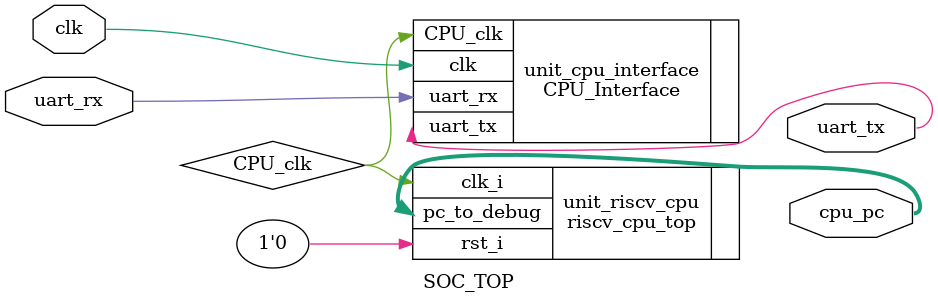
<source format=v>
`include "timescale.v"
`include "define.h"

module SOC_TOP(
    input   uart_rx,
    output   uart_tx,
    output [7:0] cpu_pc,
    input   clk
    );
    
wire CPU_clk;
wire [7:0] cpu_pc;

CPU_Interface unit_cpu_interface(
      .uart_rx(uart_rx),
      .uart_tx(uart_tx),
      .clk(clk), 
      .CPU_clk(CPU_clk)
      );
      
riscv_cpu_top unit_riscv_cpu(
        .clk_i(CPU_clk), 
        .rst_i(1'b0),
        .pc_to_debug(cpu_pc)
        );

endmodule

</source>
